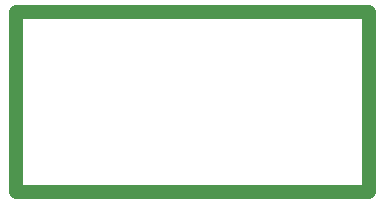
<source format=gko>
G04 Layer_Color=16711935*
%FSLAX25Y25*%
%MOIN*%
G70*
G01*
G75*
%ADD21C,0.04724*%
D21*
X-2500Y57500D02*
X115000D01*
Y-2500D02*
Y57500D01*
X-2500Y-2500D02*
X115000D01*
X-2500D02*
Y57500D01*
M02*

</source>
